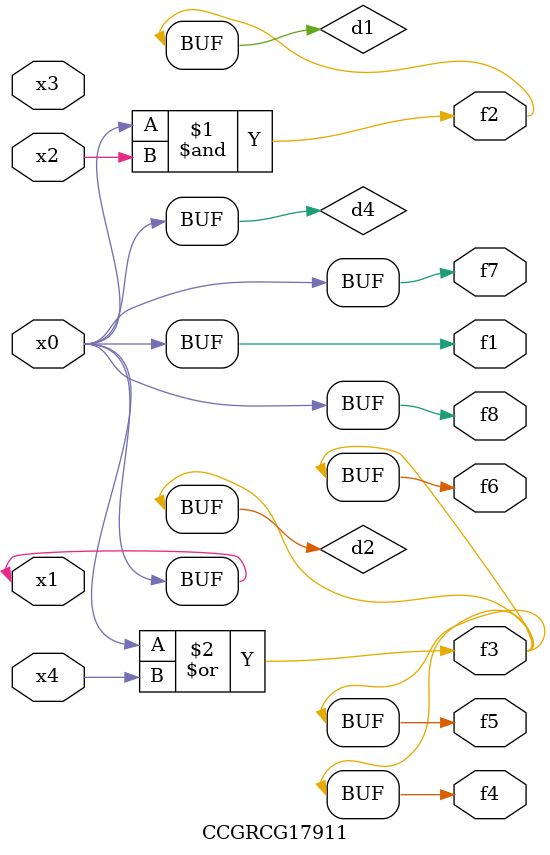
<source format=v>
module CCGRCG17911(
	input x0, x1, x2, x3, x4,
	output f1, f2, f3, f4, f5, f6, f7, f8
);

	wire d1, d2, d3, d4;

	and (d1, x0, x2);
	or (d2, x0, x4);
	nand (d3, x0, x2);
	buf (d4, x0, x1);
	assign f1 = d4;
	assign f2 = d1;
	assign f3 = d2;
	assign f4 = d2;
	assign f5 = d2;
	assign f6 = d2;
	assign f7 = d4;
	assign f8 = d4;
endmodule

</source>
